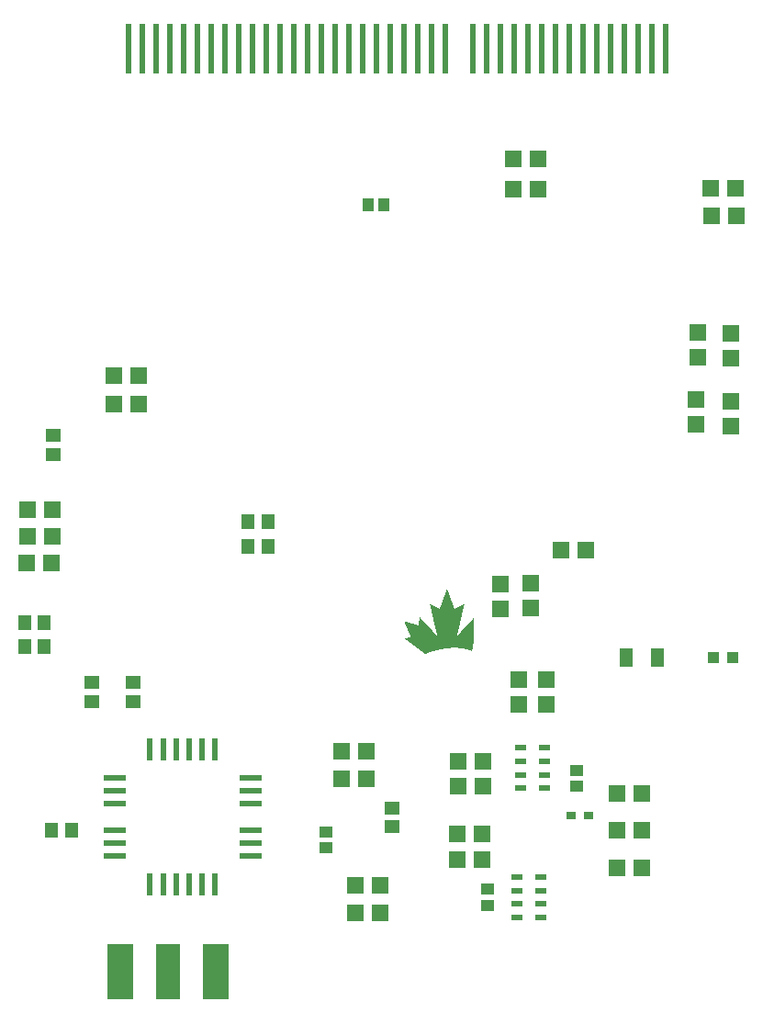
<source format=gbr>
%TF.GenerationSoftware,Altium Limited,Altium Designer,23.2.1 (34)*%
G04 Layer_Color=8421504*
%FSLAX45Y45*%
%MOMM*%
%TF.SameCoordinates,CECF9715-3839-4E6E-A075-D830FB70F3A2*%
%TF.FilePolarity,Positive*%
%TF.FileFunction,Paste,Top*%
%TF.Part,Single*%
G01*
G75*
%TA.AperFunction,SMDPad,CuDef*%
%ADD10R,1.52400X1.52400*%
%ADD11R,1.52400X1.52400*%
%ADD12R,0.53000X4.57200*%
%ADD13R,1.30000X1.80000*%
%ADD14R,1.40000X1.20000*%
%ADD15R,1.05000X1.30000*%
%ADD16R,1.30000X1.05000*%
%ADD17R,0.60000X2.00000*%
%ADD18R,2.00000X0.60000*%
%ADD19R,1.10000X0.60000*%
%ADD20R,1.20000X1.40000*%
%ADD21R,1.09000X1.00000*%
%ADD22R,0.95000X0.70000*%
%ADD23R,2.41300X5.08000*%
%ADD24R,2.28600X5.08000*%
G36*
X5255135Y4782140D02*
X5255828D01*
Y4780060D01*
X5256522D01*
Y4777980D01*
X5257215D01*
Y4775900D01*
X5257908D01*
Y4774513D01*
X5258602D01*
Y4772432D01*
X5259295D01*
Y4770352D01*
X5259989D01*
Y4768966D01*
X5260682D01*
Y4766885D01*
X5261376D01*
Y4764805D01*
X5262069D01*
Y4762725D01*
X5262762D01*
Y4761338D01*
X5263456D01*
Y4759258D01*
X5264149D01*
Y4757178D01*
X5264842D01*
Y4755791D01*
X5265536D01*
Y4753711D01*
X5266229D01*
Y4751630D01*
X5266923D01*
Y4749550D01*
X5267616D01*
Y4748163D01*
X5268310D01*
Y4746083D01*
X5269003D01*
Y4744003D01*
X5269696D01*
Y4742616D01*
X5270390D01*
Y4740536D01*
X5271083D01*
Y4738456D01*
X5271777D01*
Y4736376D01*
X5272470D01*
Y4734989D01*
X5273163D01*
Y4732908D01*
X5273857D01*
Y4730828D01*
X5274550D01*
Y4729442D01*
X5275243D01*
Y4727361D01*
X5275937D01*
Y4725281D01*
X5276630D01*
Y4723201D01*
X5277324D01*
Y4721814D01*
X5278017D01*
Y4719734D01*
X5278711D01*
Y4717654D01*
X5279404D01*
Y4715573D01*
X5280097D01*
Y4714187D01*
X5280791D01*
Y4712106D01*
X5281484D01*
Y4710026D01*
X5282178D01*
Y4708639D01*
X5282871D01*
Y4706559D01*
X5283564D01*
Y4704479D01*
X5284258D01*
Y4702399D01*
X5284951D01*
Y4701012D01*
X5285645D01*
Y4698932D01*
X5286338D01*
Y4696852D01*
X5287031D01*
Y4695465D01*
X5287725D01*
Y4693385D01*
X5288418D01*
Y4691304D01*
X5289112D01*
Y4689224D01*
X5289805D01*
Y4687837D01*
X5290498D01*
Y4685757D01*
X5291192D01*
Y4683677D01*
X5291885D01*
Y4682290D01*
X5292579D01*
Y4680210D01*
X5293272D01*
Y4678130D01*
X5293966D01*
Y4676050D01*
X5294659D01*
Y4674663D01*
X5295352D01*
Y4672582D01*
X5296046D01*
Y4670502D01*
X5296739D01*
Y4668422D01*
X5297432D01*
Y4667035D01*
X5298126D01*
Y4664955D01*
X5298819D01*
Y4662875D01*
X5299513D01*
Y4661488D01*
X5300206D01*
Y4659408D01*
X5300899D01*
Y4657327D01*
X5301593D01*
Y4655247D01*
X5302286D01*
Y4653861D01*
X5302980D01*
Y4651780D01*
X5303673D01*
Y4649700D01*
X5304367D01*
Y4648313D01*
X5305060D01*
Y4646233D01*
X5305753D01*
Y4644153D01*
X5306447D01*
Y4642073D01*
X5307140D01*
Y4640686D01*
X5307833D01*
Y4638606D01*
X5308527D01*
Y4636525D01*
X5309220D01*
Y4635139D01*
X5309914D01*
Y4633059D01*
X5310607D01*
Y4630978D01*
X5311301D01*
Y4628898D01*
X5311994D01*
Y4627511D01*
X5312687D01*
Y4625431D01*
X5313381D01*
Y4623351D01*
X5314074D01*
Y4621271D01*
X5314768D01*
Y4619884D01*
X5315461D01*
Y4617804D01*
X5316154D01*
Y4615723D01*
X5316848D01*
Y4614336D01*
X5317541D01*
Y4612256D01*
X5318234D01*
Y4610176D01*
X5318928D01*
Y4608096D01*
X5319621D01*
Y4606709D01*
X5320315D01*
Y4604629D01*
X5321008D01*
Y4602549D01*
X5321702D01*
Y4601162D01*
X5322395D01*
Y4599082D01*
X5323088D01*
Y4597695D01*
X5323782D01*
Y4598388D01*
X5325169D01*
Y4599082D01*
X5326556D01*
Y4599775D01*
X5327942D01*
Y4600469D01*
X5329329D01*
Y4601162D01*
X5330716D01*
Y4601855D01*
X5331409D01*
Y4602549D01*
X5332796D01*
Y4603242D01*
X5334183D01*
Y4603935D01*
X5335570D01*
Y4604629D01*
X5336957D01*
Y4605322D01*
X5338343D01*
Y4606016D01*
X5339730D01*
Y4606709D01*
X5341117D01*
Y4607403D01*
X5342504D01*
Y4608096D01*
X5343197D01*
Y4608789D01*
X5344584D01*
Y4609483D01*
X5345971D01*
Y4610176D01*
X5347358D01*
Y4610870D01*
X5348744D01*
Y4611563D01*
X5350131D01*
Y4612256D01*
X5351518D01*
Y4612950D01*
X5352905D01*
Y4613643D01*
X5354292D01*
Y4614336D01*
X5354985D01*
Y4615030D01*
X5356372D01*
Y4615723D01*
X5357759D01*
Y4616417D01*
X5359145D01*
Y4617110D01*
X5360532D01*
Y4617804D01*
X5361919D01*
Y4618497D01*
X5363306D01*
Y4619190D01*
X5364693D01*
Y4619884D01*
X5366079D01*
Y4620577D01*
X5366773D01*
Y4621271D01*
X5368160D01*
Y4621964D01*
X5369547D01*
Y4622658D01*
X5370933D01*
Y4623351D01*
X5372320D01*
Y4624044D01*
X5373707D01*
Y4624738D01*
X5375094D01*
Y4625431D01*
X5376480D01*
Y4626124D01*
X5377867D01*
Y4626818D01*
X5378561D01*
Y4627511D01*
X5379948D01*
Y4628205D01*
X5381334D01*
Y4628898D01*
X5382721D01*
Y4629591D01*
X5384108D01*
Y4630285D01*
X5385495D01*
Y4630978D01*
X5386882D01*
Y4631672D01*
X5388268D01*
Y4632365D01*
X5389655D01*
Y4633059D01*
X5390349D01*
Y4633752D01*
X5391735D01*
Y4634445D01*
X5393122D01*
Y4635139D01*
X5394509D01*
Y4635832D01*
X5395896D01*
Y4636525D01*
X5397283D01*
Y4637219D01*
X5398669D01*
Y4637912D01*
X5400056D01*
Y4638606D01*
X5401443D01*
Y4639299D01*
X5402136D01*
Y4639992D01*
X5403523D01*
Y4640686D01*
X5404910D01*
Y4641379D01*
X5406297D01*
Y4642073D01*
X5407684D01*
Y4642766D01*
X5409070D01*
Y4643460D01*
X5410457D01*
Y4644153D01*
X5411844D01*
Y4644846D01*
X5413231D01*
Y4645540D01*
X5413924D01*
Y4642073D01*
X5413231D01*
Y4639299D01*
X5412537D01*
Y4636525D01*
X5411844D01*
Y4633059D01*
X5411151D01*
Y4630285D01*
X5410457D01*
Y4627511D01*
X5409764D01*
Y4624044D01*
X5409070D01*
Y4621271D01*
X5408377D01*
Y4618497D01*
X5407684D01*
Y4615030D01*
X5406990D01*
Y4612256D01*
X5406297D01*
Y4608789D01*
X5405603D01*
Y4606016D01*
X5404910D01*
Y4603242D01*
X5404217D01*
Y4599775D01*
X5403523D01*
Y4597001D01*
X5402830D01*
Y4594228D01*
X5402136D01*
Y4590761D01*
X5401443D01*
Y4587987D01*
X5400750D01*
Y4585214D01*
X5400056D01*
Y4581747D01*
X5399363D01*
Y4578973D01*
X5398669D01*
Y4575506D01*
X5397976D01*
Y4572732D01*
X5397283D01*
Y4569959D01*
X5396589D01*
Y4566492D01*
X5395896D01*
Y4563718D01*
X5395202D01*
Y4560944D01*
X5394509D01*
Y4557478D01*
X5393815D01*
Y4554704D01*
X5393122D01*
Y4551930D01*
X5392429D01*
Y4548463D01*
X5391735D01*
Y4545690D01*
X5391042D01*
Y4542223D01*
X5390349D01*
Y4539449D01*
X5389655D01*
Y4536675D01*
X5388962D01*
Y4533208D01*
X5388268D01*
Y4530435D01*
X5387575D01*
Y4527661D01*
X5386882D01*
Y4524194D01*
X5386188D01*
Y4521420D01*
X5385495D01*
Y4518647D01*
X5384801D01*
Y4515180D01*
X5384108D01*
Y4512406D01*
X5383414D01*
Y4508939D01*
X5382721D01*
Y4506166D01*
X5382028D01*
Y4503392D01*
X5381334D01*
Y4499925D01*
X5380641D01*
Y4497152D01*
X5379948D01*
Y4494378D01*
X5379254D01*
Y4490911D01*
X5378561D01*
Y4488137D01*
X5377867D01*
Y4485364D01*
X5377174D01*
Y4481897D01*
X5376480D01*
Y4479123D01*
X5375787D01*
Y4476349D01*
X5375094D01*
Y4472882D01*
X5374400D01*
Y4470109D01*
X5373707D01*
Y4466642D01*
X5373013D01*
Y4463868D01*
X5372320D01*
Y4461094D01*
X5371627D01*
Y4457627D01*
X5370933D01*
Y4454854D01*
X5370240D01*
Y4452080D01*
X5369547D01*
Y4448613D01*
X5368853D01*
Y4445839D01*
X5368160D01*
Y4443066D01*
X5367466D01*
Y4439599D01*
X5366773D01*
Y4436825D01*
X5366079D01*
Y4433358D01*
X5365386D01*
Y4430585D01*
X5364693D01*
Y4427811D01*
X5363999D01*
Y4424344D01*
X5363306D01*
Y4421571D01*
X5362612D01*
Y4418797D01*
X5361919D01*
Y4415330D01*
X5361225D01*
Y4412556D01*
X5360532D01*
Y4409783D01*
X5359839D01*
Y4406316D01*
X5359145D01*
Y4403542D01*
X5358452D01*
Y4400075D01*
X5357759D01*
Y4397301D01*
X5357065D01*
Y4394528D01*
X5356372D01*
Y4391061D01*
X5355678D01*
Y4388287D01*
X5354985D01*
Y4385513D01*
X5354292D01*
Y4382046D01*
X5353598D01*
Y4379273D01*
X5352905D01*
Y4376499D01*
X5352211D01*
Y4373032D01*
X5351518D01*
Y4370259D01*
X5350824D01*
Y4366792D01*
X5350131D01*
Y4364018D01*
X5349438D01*
Y4361244D01*
X5348744D01*
Y4357777D01*
X5348051D01*
Y4355004D01*
X5347358D01*
Y4352230D01*
X5346664D01*
Y4348763D01*
X5347358D01*
Y4349457D01*
X5348051D01*
Y4350150D01*
X5348744D01*
Y4350843D01*
X5349438D01*
Y4351537D01*
X5350131D01*
Y4352230D01*
X5350824D01*
Y4352923D01*
X5351518D01*
Y4353617D01*
X5352211D01*
Y4354310D01*
X5352905D01*
Y4355004D01*
X5353598D01*
Y4355697D01*
X5354292D01*
Y4356391D01*
X5354985D01*
Y4357777D01*
X5355678D01*
Y4358471D01*
X5356372D01*
Y4359164D01*
X5357065D01*
Y4359858D01*
X5357759D01*
Y4360551D01*
X5358452D01*
Y4361244D01*
X5359145D01*
Y4361938D01*
X5359839D01*
Y4362631D01*
X5360532D01*
Y4363325D01*
X5361225D01*
Y4364018D01*
X5361919D01*
Y4364711D01*
X5362612D01*
Y4365405D01*
X5363306D01*
Y4366792D01*
X5363999D01*
Y4367485D01*
X5364693D01*
Y4368178D01*
X5365386D01*
Y4368872D01*
X5366079D01*
Y4369565D01*
X5366773D01*
Y4370259D01*
X5367466D01*
Y4370952D01*
X5368160D01*
Y4371645D01*
X5368853D01*
Y4372339D01*
X5369547D01*
Y4373032D01*
X5370240D01*
Y4373726D01*
X5370933D01*
Y4374419D01*
X5371627D01*
Y4375112D01*
X5372320D01*
Y4376499D01*
X5373013D01*
Y4377193D01*
X5373707D01*
Y4377886D01*
X5374400D01*
Y4378580D01*
X5375094D01*
Y4379273D01*
X5375787D01*
Y4379966D01*
X5376480D01*
Y4380660D01*
X5377174D01*
Y4381353D01*
X5377867D01*
Y4382046D01*
X5378561D01*
Y4382740D01*
X5379254D01*
Y4383433D01*
X5379948D01*
Y4384127D01*
X5380641D01*
Y4384820D01*
X5381334D01*
Y4386207D01*
X5382028D01*
Y4386900D01*
X5382721D01*
Y4387594D01*
X5383414D01*
Y4388287D01*
X5384108D01*
Y4388981D01*
X5384801D01*
Y4389674D01*
X5385495D01*
Y4390367D01*
X5386188D01*
Y4391061D01*
X5386882D01*
Y4391754D01*
X5387575D01*
Y4392447D01*
X5388268D01*
Y4393141D01*
X5388962D01*
Y4393834D01*
X5389655D01*
Y4394528D01*
X5390349D01*
Y4395914D01*
X5391042D01*
Y4396608D01*
X5391735D01*
Y4397301D01*
X5392429D01*
Y4397995D01*
X5393122D01*
Y4398688D01*
X5393815D01*
Y4399382D01*
X5394509D01*
Y4400075D01*
X5395202D01*
Y4400768D01*
X5395896D01*
Y4401462D01*
X5396589D01*
Y4402155D01*
X5397283D01*
Y4402848D01*
X5397976D01*
Y4403542D01*
X5398669D01*
Y4404929D01*
X5399363D01*
Y4405622D01*
X5400056D01*
Y4406316D01*
X5400750D01*
Y4407009D01*
X5401443D01*
Y4407702D01*
X5402136D01*
Y4408396D01*
X5402830D01*
Y4409089D01*
X5403523D01*
Y4409783D01*
X5404217D01*
Y4410476D01*
X5404910D01*
Y4411169D01*
X5405603D01*
Y4411863D01*
X5406297D01*
Y4412556D01*
X5406990D01*
Y4413250D01*
X5407684D01*
Y4414636D01*
X5408377D01*
Y4415330D01*
X5409070D01*
Y4416023D01*
X5409764D01*
Y4416717D01*
X5410457D01*
Y4417410D01*
X5411151D01*
Y4418103D01*
X5411844D01*
Y4418797D01*
X5412537D01*
Y4419490D01*
X5413231D01*
Y4420184D01*
X5413924D01*
Y4420877D01*
X5414618D01*
Y4421571D01*
X5415311D01*
Y4422264D01*
X5416004D01*
Y4422957D01*
X5416698D01*
Y4424344D01*
X5417391D01*
Y4425037D01*
X5418085D01*
Y4425731D01*
X5418778D01*
Y4426424D01*
X5419472D01*
Y4427118D01*
X5420165D01*
Y4427811D01*
X5420858D01*
Y4428504D01*
X5421552D01*
Y4429198D01*
X5422245D01*
Y4429891D01*
X5422938D01*
Y4430585D01*
X5423632D01*
Y4431278D01*
X5424325D01*
Y4431972D01*
X5425019D01*
Y4432665D01*
X5425712D01*
Y4434052D01*
X5426405D01*
Y4434745D01*
X5427099D01*
Y4435438D01*
X5427792D01*
Y4436132D01*
X5428486D01*
Y4436825D01*
X5429179D01*
Y4437519D01*
X5429873D01*
Y4438212D01*
X5430566D01*
Y4438906D01*
X5431259D01*
Y4439599D01*
X5431953D01*
Y4440292D01*
X5432646D01*
Y4440986D01*
X5433339D01*
Y4441679D01*
X5434033D01*
Y4442373D01*
X5434726D01*
Y4443759D01*
X5435420D01*
Y4444453D01*
X5436113D01*
Y4445146D01*
X5436807D01*
Y4445839D01*
X5437500D01*
Y4446533D01*
X5438193D01*
Y4447226D01*
X5438887D01*
Y4447920D01*
X5439580D01*
Y4448613D01*
X5440274D01*
Y4449307D01*
X5440967D01*
Y4450000D01*
X5441660D01*
Y4450693D01*
X5442354D01*
Y4451387D01*
X5443047D01*
Y4452774D01*
X5443741D01*
Y4453467D01*
X5444434D01*
Y4454161D01*
X5445127D01*
Y4454854D01*
X5445821D01*
Y4455547D01*
X5446514D01*
Y4456241D01*
X5447208D01*
Y4456934D01*
X5447901D01*
Y4457627D01*
X5448594D01*
Y4458321D01*
X5449288D01*
Y4459014D01*
X5449981D01*
Y4459708D01*
X5450675D01*
Y4460401D01*
X5451368D01*
Y4461094D01*
X5452061D01*
Y4462481D01*
X5452755D01*
Y4463175D01*
X5453448D01*
Y4463868D01*
X5454142D01*
Y4464562D01*
X5454835D01*
Y4465255D01*
X5455528D01*
Y4465948D01*
X5456222D01*
Y4466642D01*
X5456915D01*
Y4467335D01*
X5457609D01*
Y4468028D01*
X5458302D01*
Y4468722D01*
X5458995D01*
Y4469415D01*
X5459689D01*
Y4470109D01*
X5460382D01*
Y4470802D01*
X5461076D01*
Y4472189D01*
X5461769D01*
Y4472882D01*
X5462463D01*
Y4473576D01*
X5463156D01*
Y4474269D01*
X5463849D01*
Y4474963D01*
X5464543D01*
Y4475656D01*
X5465236D01*
Y4476349D01*
X5465929D01*
Y4477043D01*
X5466623D01*
Y4477736D01*
X5467316D01*
Y4478429D01*
X5468010D01*
Y4479123D01*
X5468703D01*
Y4479816D01*
X5469396D01*
Y4480510D01*
X5470090D01*
Y4481897D01*
X5470783D01*
Y4482590D01*
X5471477D01*
Y4483283D01*
X5472170D01*
Y4483977D01*
X5472864D01*
Y4484670D01*
X5473557D01*
Y4485364D01*
X5474250D01*
Y4486057D01*
X5474944D01*
Y4486750D01*
X5475637D01*
Y4487444D01*
X5476330D01*
Y4488137D01*
X5477024D01*
Y4488830D01*
X5477717D01*
Y4489524D01*
X5478411D01*
Y4490911D01*
X5479104D01*
Y4491604D01*
X5479798D01*
Y4492298D01*
X5480491D01*
Y4492991D01*
X5481184D01*
Y4493684D01*
X5481878D01*
Y4494378D01*
X5482571D01*
Y4495071D01*
X5483265D01*
Y4495765D01*
X5483958D01*
Y4496458D01*
X5484651D01*
Y4497152D01*
X5485345D01*
Y4497845D01*
X5486038D01*
Y4498538D01*
X5486731D01*
Y4499232D01*
X5487425D01*
Y4500618D01*
X5488118D01*
Y4501312D01*
X5488812D01*
Y4502005D01*
X5489505D01*
Y4502699D01*
X5490199D01*
Y4503392D01*
X5490892D01*
Y4504085D01*
X5491585D01*
Y4504779D01*
X5492279D01*
Y4505472D01*
X5492972D01*
Y4506166D01*
X5493666D01*
Y4506859D01*
X5494359D01*
Y4507553D01*
X5495053D01*
Y4508246D01*
X5495746D01*
Y4508939D01*
X5496439D01*
Y4510326D01*
X5497133D01*
Y4511019D01*
X5497826D01*
Y4511713D01*
X5498519D01*
Y4512406D01*
X5499213D01*
Y4513100D01*
X5499906D01*
Y4513793D01*
X5500600D01*
Y4514487D01*
X5501293D01*
Y4515180D01*
X5501986D01*
Y4515873D01*
X5502680D01*
Y4516567D01*
X5503373D01*
Y4517260D01*
X5504067D01*
Y4449307D01*
X5503373D01*
Y4405622D01*
X5502680D01*
Y4375112D01*
X5501986D01*
Y4350843D01*
X5501293D01*
Y4330735D01*
X5500600D01*
Y4317560D01*
X5499906D01*
Y4307159D01*
X5499213D01*
Y4299531D01*
X5498519D01*
Y4291904D01*
X5497826D01*
Y4285664D01*
X5497133D01*
Y4280116D01*
X5496439D01*
Y4274569D01*
X5495746D01*
Y4269022D01*
X5495053D01*
Y4264861D01*
X5494359D01*
Y4260007D01*
X5493666D01*
Y4255847D01*
X5492972D01*
Y4251687D01*
X5492279D01*
Y4247526D01*
X5491585D01*
Y4244059D01*
X5490892D01*
Y4240592D01*
X5490199D01*
Y4237125D01*
X5489505D01*
Y4233658D01*
X5488812D01*
Y4230191D01*
X5488118D01*
Y4227418D01*
X5487425D01*
Y4223950D01*
X5486731D01*
Y4221177D01*
X5486038D01*
Y4218403D01*
X5485345D01*
Y4214936D01*
X5484651D01*
Y4212163D01*
X5483958D01*
Y4210083D01*
X5481184D01*
Y4210776D01*
X5479798D01*
Y4211469D01*
X5477717D01*
Y4212163D01*
X5476330D01*
Y4212856D01*
X5474250D01*
Y4213549D01*
X5472170D01*
Y4214243D01*
X5470783D01*
Y4214936D01*
X5468703D01*
Y4215630D01*
X5466623D01*
Y4216323D01*
X5464543D01*
Y4217016D01*
X5462463D01*
Y4217710D01*
X5460382D01*
Y4218403D01*
X5458302D01*
Y4219097D01*
X5456222D01*
Y4219790D01*
X5454142D01*
Y4220484D01*
X5452061D01*
Y4221177D01*
X5449288D01*
Y4221870D01*
X5447208D01*
Y4222564D01*
X5445127D01*
Y4223257D01*
X5442354D01*
Y4223950D01*
X5440274D01*
Y4224644D01*
X5437500D01*
Y4225337D01*
X5434726D01*
Y4226031D01*
X5431953D01*
Y4226724D01*
X5429179D01*
Y4227418D01*
X5426405D01*
Y4228111D01*
X5423632D01*
Y4228804D01*
X5420165D01*
Y4229498D01*
X5417391D01*
Y4230191D01*
X5413924D01*
Y4230885D01*
X5410457D01*
Y4231578D01*
X5406297D01*
Y4232271D01*
X5402830D01*
Y4232965D01*
X5398669D01*
Y4233658D01*
X5394509D01*
Y4234351D01*
X5389655D01*
Y4235045D01*
X5384801D01*
Y4235738D01*
X5379254D01*
Y4236432D01*
X5373013D01*
Y4237125D01*
X5366079D01*
Y4237819D01*
X5357065D01*
Y4238512D01*
X5345277D01*
Y4239205D01*
X5298126D01*
Y4238512D01*
X5285645D01*
Y4237819D01*
X5276630D01*
Y4237125D01*
X5269003D01*
Y4236432D01*
X5262069D01*
Y4235738D01*
X5255828D01*
Y4235045D01*
X5250281D01*
Y4234351D01*
X5244734D01*
Y4233658D01*
X5239880D01*
Y4232965D01*
X5235026D01*
Y4232271D01*
X5230866D01*
Y4231578D01*
X5226012D01*
Y4230885D01*
X5221852D01*
Y4230191D01*
X5218385D01*
Y4229498D01*
X5214224D01*
Y4228804D01*
X5210757D01*
Y4228111D01*
X5206597D01*
Y4227418D01*
X5203130D01*
Y4226724D01*
X5199663D01*
Y4226031D01*
X5196196D01*
Y4225337D01*
X5193422D01*
Y4224644D01*
X5189955D01*
Y4223950D01*
X5186488D01*
Y4223257D01*
X5183714D01*
Y4222564D01*
X5180941D01*
Y4221870D01*
X5177474D01*
Y4221177D01*
X5174700D01*
Y4220484D01*
X5171926D01*
Y4219790D01*
X5169153D01*
Y4219097D01*
X5166379D01*
Y4218403D01*
X5163606D01*
Y4217710D01*
X5160832D01*
Y4217016D01*
X5158059D01*
Y4216323D01*
X5155285D01*
Y4215630D01*
X5152511D01*
Y4214936D01*
X5150431D01*
Y4214243D01*
X5147657D01*
Y4213549D01*
X5144884D01*
Y4212856D01*
X5142804D01*
Y4212163D01*
X5140030D01*
Y4211469D01*
X5137950D01*
Y4210776D01*
X5135176D01*
Y4210083D01*
X5133096D01*
Y4209389D01*
X5130322D01*
Y4208696D01*
X5128242D01*
Y4208002D01*
X5126162D01*
Y4207309D01*
X5123388D01*
Y4206615D01*
X5121308D01*
Y4205922D01*
X5119228D01*
Y4205229D01*
X5117148D01*
Y4204535D01*
X5114374D01*
Y4203842D01*
X5112294D01*
Y4203148D01*
X5110214D01*
Y4202455D01*
X5108133D01*
Y4201762D01*
X5106053D01*
Y4201068D01*
X5103973D01*
Y4200375D01*
X5101893D01*
Y4199681D01*
X5099813D01*
Y4198988D01*
X5097732D01*
Y4198295D01*
X5095652D01*
Y4197601D01*
X5093572D01*
Y4196908D01*
X5091492D01*
Y4196214D01*
X5089411D01*
Y4195521D01*
X5087331D01*
Y4194828D01*
X5085251D01*
Y4194134D01*
X5083171D01*
Y4193441D01*
X5081784D01*
Y4192747D01*
X5079704D01*
Y4192054D01*
X5077624D01*
Y4191361D01*
X5075543D01*
Y4190667D01*
X5073463D01*
Y4189974D01*
X5072076D01*
Y4189280D01*
X5069996D01*
Y4188587D01*
X5067916D01*
Y4187894D01*
X5066529D01*
Y4187200D01*
X5064449D01*
Y4186507D01*
X5062369D01*
Y4185813D01*
X5060982D01*
Y4185120D01*
X5058902D01*
Y4184426D01*
X5056821D01*
Y4183733D01*
X5055435D01*
Y4183040D01*
X5052661D01*
Y4183733D01*
X5051968D01*
Y4184426D01*
X5050581D01*
Y4185120D01*
X5049888D01*
Y4185813D01*
X5049194D01*
Y4186507D01*
X5047807D01*
Y4187200D01*
X5047114D01*
Y4187894D01*
X5046420D01*
Y4188587D01*
X5045034D01*
Y4189280D01*
X5044340D01*
Y4189974D01*
X5043647D01*
Y4190667D01*
X5042260D01*
Y4191361D01*
X5041567D01*
Y4192054D01*
X5040873D01*
Y4192747D01*
X5039486D01*
Y4193441D01*
X5038793D01*
Y4194134D01*
X5037406D01*
Y4194828D01*
X5036713D01*
Y4195521D01*
X5036019D01*
Y4196214D01*
X5034633D01*
Y4196908D01*
X5033939D01*
Y4197601D01*
X5033246D01*
Y4198295D01*
X5031859D01*
Y4198988D01*
X5031166D01*
Y4199681D01*
X5030472D01*
Y4200375D01*
X5029085D01*
Y4201068D01*
X5028392D01*
Y4201762D01*
X5027699D01*
Y4202455D01*
X5026312D01*
Y4203148D01*
X5025618D01*
Y4203842D01*
X5024925D01*
Y4204535D01*
X5023538D01*
Y4205229D01*
X5022845D01*
Y4205922D01*
X5022151D01*
Y4206615D01*
X5020765D01*
Y4207309D01*
X5020071D01*
Y4208002D01*
X5019378D01*
Y4208696D01*
X5017991D01*
Y4209389D01*
X5017298D01*
Y4210083D01*
X5016604D01*
Y4210776D01*
X5015217D01*
Y4211469D01*
X5014524D01*
Y4212163D01*
X5013830D01*
Y4212856D01*
X5012444D01*
Y4213549D01*
X5011750D01*
Y4214243D01*
X5011057D01*
Y4214936D01*
X5009670D01*
Y4215630D01*
X5008977D01*
Y4216323D01*
X5008283D01*
Y4217016D01*
X5006897D01*
Y4217710D01*
X5006203D01*
Y4218403D01*
X5005510D01*
Y4219097D01*
X5004123D01*
Y4219790D01*
X5003429D01*
Y4220484D01*
X5002736D01*
Y4221177D01*
X5001349D01*
Y4221870D01*
X5000656D01*
Y4222564D01*
X4999963D01*
Y4223257D01*
X4998576D01*
Y4223950D01*
X4997882D01*
Y4224644D01*
X4997189D01*
Y4225337D01*
X4995802D01*
Y4226031D01*
X4995109D01*
Y4226724D01*
X4994415D01*
Y4227418D01*
X4993028D01*
Y4228111D01*
X4992335D01*
Y4228804D01*
X4991642D01*
Y4229498D01*
X4990255D01*
Y4230191D01*
X4989562D01*
Y4230885D01*
X4988175D01*
Y4231578D01*
X4987481D01*
Y4232271D01*
X4986788D01*
Y4232965D01*
X4985401D01*
Y4233658D01*
X4984708D01*
Y4234351D01*
X4984014D01*
Y4235045D01*
X4982627D01*
Y4235738D01*
X4981934D01*
Y4236432D01*
X4981240D01*
Y4237125D01*
X4979854D01*
Y4237819D01*
X4979160D01*
Y4238512D01*
X4978467D01*
Y4239205D01*
X4977080D01*
Y4239899D01*
X4976387D01*
Y4240592D01*
X4975693D01*
Y4241286D01*
X4974307D01*
Y4241979D01*
X4973613D01*
Y4242672D01*
X4972920D01*
Y4243366D01*
X4971533D01*
Y4244059D01*
X4970839D01*
Y4244752D01*
X4970146D01*
Y4245446D01*
X4968759D01*
Y4246139D01*
X4968066D01*
Y4246833D01*
X4967373D01*
Y4247526D01*
X4965986D01*
Y4248220D01*
X4965292D01*
Y4248913D01*
X4964599D01*
Y4249606D01*
X4963212D01*
Y4250300D01*
X4962519D01*
Y4250993D01*
X4961825D01*
Y4251687D01*
X4960438D01*
Y4252380D01*
X4959745D01*
Y4253074D01*
X4959052D01*
Y4253767D01*
X4957665D01*
Y4254460D01*
X4956972D01*
Y4255154D01*
X4956278D01*
Y4255847D01*
X4954891D01*
Y4256540D01*
X4954198D01*
Y4257234D01*
X4953504D01*
Y4257927D01*
X4952118D01*
Y4258621D01*
X4951424D01*
Y4259314D01*
X4950731D01*
Y4260007D01*
X4949344D01*
Y4260701D01*
X4948651D01*
Y4261394D01*
X4947957D01*
Y4262088D01*
X4946570D01*
Y4262781D01*
X4945877D01*
Y4263475D01*
X4945184D01*
Y4264168D01*
X4943797D01*
Y4264861D01*
X4943103D01*
Y4265555D01*
X4942410D01*
Y4266248D01*
X4941023D01*
Y4266941D01*
X4940330D01*
Y4267635D01*
X4939636D01*
Y4268328D01*
X4938249D01*
Y4269022D01*
X4937556D01*
Y4269715D01*
X4936169D01*
Y4270409D01*
X4935476D01*
Y4271102D01*
X4934783D01*
Y4271795D01*
X4933396D01*
Y4272489D01*
X4932702D01*
Y4273182D01*
X4932009D01*
Y4273876D01*
X4930622D01*
Y4274569D01*
X4929929D01*
Y4275262D01*
X4929235D01*
Y4275956D01*
X4927848D01*
Y4276649D01*
X4927155D01*
Y4277342D01*
X4926462D01*
Y4278036D01*
X4925075D01*
Y4278729D01*
X4924382D01*
Y4279423D01*
X4923688D01*
Y4280116D01*
X4922301D01*
Y4280810D01*
X4921608D01*
Y4281503D01*
X4920914D01*
Y4282196D01*
X4919528D01*
Y4282890D01*
X4918834D01*
Y4283583D01*
X4918141D01*
Y4284277D01*
X4916754D01*
Y4284970D01*
X4916061D01*
Y4285664D01*
X4915367D01*
Y4286357D01*
X4913981D01*
Y4287050D01*
X4913287D01*
Y4287744D01*
X4912594D01*
Y4288437D01*
X4911207D01*
Y4289130D01*
X4910513D01*
Y4289824D01*
X4909820D01*
Y4290517D01*
X4908433D01*
Y4291211D01*
X4907740D01*
Y4291904D01*
X4907046D01*
Y4292597D01*
X4905660D01*
Y4293291D01*
X4904966D01*
Y4293984D01*
X4904273D01*
Y4294678D01*
X4902886D01*
Y4295371D01*
X4902193D01*
Y4296065D01*
X4901499D01*
Y4296758D01*
X4900112D01*
Y4297451D01*
X4899419D01*
Y4298145D01*
X4898726D01*
Y4298838D01*
X4897339D01*
Y4299531D01*
X4896645D01*
Y4300225D01*
X4895952D01*
Y4300918D01*
X4894565D01*
Y4301612D01*
X4893872D01*
Y4302305D01*
X4893178D01*
Y4302999D01*
X4891792D01*
Y4303692D01*
X4891098D01*
Y4304385D01*
X4890405D01*
Y4305079D01*
X4889018D01*
Y4305772D01*
X4888324D01*
Y4306466D01*
X4887631D01*
Y4307159D01*
X4886244D01*
Y4307852D01*
X4885551D01*
Y4308546D01*
X4884164D01*
Y4309239D01*
X4883471D01*
Y4309932D01*
X4882777D01*
Y4310626D01*
X4881391D01*
Y4311319D01*
X4880697D01*
Y4312013D01*
X4880004D01*
Y4312706D01*
X4878617D01*
Y4313400D01*
X4877923D01*
Y4314093D01*
X4877230D01*
Y4314786D01*
X4875843D01*
Y4315480D01*
X4875150D01*
Y4316173D01*
X4874457D01*
Y4316867D01*
X4873070D01*
Y4317560D01*
X4872376D01*
Y4318253D01*
X4871683D01*
Y4318947D01*
X4870296D01*
Y4319640D01*
X4869603D01*
Y4320333D01*
X4868909D01*
Y4321027D01*
X4867522D01*
Y4321720D01*
X4866829D01*
Y4322414D01*
X4866136D01*
Y4323107D01*
X4864749D01*
Y4323801D01*
X4864056D01*
Y4324494D01*
X4866136D01*
Y4325187D01*
X4868909D01*
Y4325881D01*
X4870989D01*
Y4326574D01*
X4873763D01*
Y4327268D01*
X4876537D01*
Y4327961D01*
X4878617D01*
Y4328655D01*
X4881391D01*
Y4329348D01*
X4884164D01*
Y4330041D01*
X4886244D01*
Y4330735D01*
X4889018D01*
Y4331428D01*
X4891792D01*
Y4332121D01*
X4893872D01*
Y4332815D01*
X4896645D01*
Y4333508D01*
X4899419D01*
Y4334202D01*
X4901499D01*
Y4334895D01*
X4904273D01*
Y4335588D01*
X4907046D01*
Y4336282D01*
X4909127D01*
Y4336975D01*
X4911900D01*
Y4337669D01*
X4914674D01*
Y4338362D01*
X4916754D01*
Y4339056D01*
X4919528D01*
Y4339749D01*
X4920221D01*
Y4340442D01*
X4919528D01*
Y4341829D01*
X4918834D01*
Y4343216D01*
X4918141D01*
Y4345296D01*
X4917447D01*
Y4346683D01*
X4916754D01*
Y4348070D01*
X4916061D01*
Y4350150D01*
X4915367D01*
Y4351537D01*
X4914674D01*
Y4353617D01*
X4913981D01*
Y4355004D01*
X4913287D01*
Y4356391D01*
X4912594D01*
Y4358471D01*
X4911900D01*
Y4359858D01*
X4911207D01*
Y4361244D01*
X4910513D01*
Y4363325D01*
X4909820D01*
Y4364711D01*
X4909127D01*
Y4366098D01*
X4908433D01*
Y4368178D01*
X4907740D01*
Y4369565D01*
X4907046D01*
Y4371645D01*
X4906353D01*
Y4373032D01*
X4905660D01*
Y4374419D01*
X4904966D01*
Y4376499D01*
X4904273D01*
Y4377886D01*
X4903579D01*
Y4379273D01*
X4902886D01*
Y4381353D01*
X4902193D01*
Y4382740D01*
X4901499D01*
Y4384127D01*
X4900806D01*
Y4386207D01*
X4900112D01*
Y4387594D01*
X4899419D01*
Y4389674D01*
X4898726D01*
Y4391061D01*
X4898032D01*
Y4392447D01*
X4897339D01*
Y4394528D01*
X4896645D01*
Y4395914D01*
X4895952D01*
Y4397301D01*
X4895259D01*
Y4399382D01*
X4894565D01*
Y4400768D01*
X4893872D01*
Y4402155D01*
X4893178D01*
Y4404235D01*
X4892485D01*
Y4405622D01*
X4891792D01*
Y4407702D01*
X4891098D01*
Y4409089D01*
X4890405D01*
Y4410476D01*
X4889711D01*
Y4412556D01*
X4889018D01*
Y4413943D01*
X4888324D01*
Y4415330D01*
X4887631D01*
Y4417410D01*
X4886938D01*
Y4418797D01*
X4886244D01*
Y4420184D01*
X4885551D01*
Y4422264D01*
X4884858D01*
Y4423651D01*
X4884164D01*
Y4425731D01*
X4883471D01*
Y4427118D01*
X4882777D01*
Y4428504D01*
X4882084D01*
Y4430585D01*
X4881391D01*
Y4431972D01*
X4880697D01*
Y4433358D01*
X4880004D01*
Y4435438D01*
X4879310D01*
Y4436825D01*
X4878617D01*
Y4438212D01*
X4877923D01*
Y4440292D01*
X4877230D01*
Y4441679D01*
X4876537D01*
Y4443759D01*
X4875843D01*
Y4445146D01*
X4875150D01*
Y4446533D01*
X4874457D01*
Y4448613D01*
X4873763D01*
Y4450000D01*
X4873070D01*
Y4451387D01*
X4872376D01*
Y4453467D01*
X4871683D01*
Y4454854D01*
X4870989D01*
Y4456241D01*
X4870296D01*
Y4458321D01*
X4869603D01*
Y4459708D01*
X4868909D01*
Y4461788D01*
X4868216D01*
Y4463175D01*
X4867522D01*
Y4464562D01*
X4866829D01*
Y4466642D01*
X4866136D01*
Y4468028D01*
X4865442D01*
Y4469415D01*
X4864749D01*
Y4471496D01*
X4864056D01*
Y4472882D01*
X4863362D01*
Y4474269D01*
X4862669D01*
Y4476349D01*
X4861975D01*
Y4477736D01*
X4861282D01*
Y4479816D01*
X4860588D01*
Y4481203D01*
X4859895D01*
Y4482590D01*
X4859202D01*
Y4483977D01*
X4860588D01*
Y4483283D01*
X4863362D01*
Y4482590D01*
X4865442D01*
Y4481897D01*
X4868216D01*
Y4481203D01*
X4870296D01*
Y4480510D01*
X4873070D01*
Y4479816D01*
X4875150D01*
Y4479123D01*
X4877230D01*
Y4478429D01*
X4880004D01*
Y4477736D01*
X4882084D01*
Y4477043D01*
X4884858D01*
Y4476349D01*
X4886938D01*
Y4475656D01*
X4889711D01*
Y4474963D01*
X4891792D01*
Y4474269D01*
X4893872D01*
Y4473576D01*
X4896645D01*
Y4472882D01*
X4898726D01*
Y4472189D01*
X4901499D01*
Y4471496D01*
X4903579D01*
Y4470802D01*
X4906353D01*
Y4470109D01*
X4908433D01*
Y4469415D01*
X4910513D01*
Y4468722D01*
X4913287D01*
Y4468028D01*
X4915367D01*
Y4467335D01*
X4918141D01*
Y4466642D01*
X4920221D01*
Y4465948D01*
X4922995D01*
Y4465255D01*
X4925075D01*
Y4464562D01*
X4927848D01*
Y4463868D01*
X4929929D01*
Y4463175D01*
X4932009D01*
Y4462481D01*
X4934783D01*
Y4461788D01*
X4936863D01*
Y4461094D01*
X4939636D01*
Y4460401D01*
X4941717D01*
Y4459708D01*
X4944490D01*
Y4459014D01*
X4946570D01*
Y4458321D01*
X4948651D01*
Y4457627D01*
X4951424D01*
Y4456934D01*
X4953504D01*
Y4456241D01*
X4956278D01*
Y4455547D01*
X4958358D01*
Y4454854D01*
X4961132D01*
Y4454161D01*
X4963212D01*
Y4453467D01*
X4965292D01*
Y4452774D01*
X4968066D01*
Y4452080D01*
X4970146D01*
Y4451387D01*
X4972920D01*
Y4450693D01*
X4975000D01*
Y4450000D01*
X4977774D01*
Y4449307D01*
X4979854D01*
Y4448613D01*
X4981934D01*
Y4447920D01*
X4984708D01*
Y4447226D01*
X4986788D01*
Y4446533D01*
X4989562D01*
Y4445839D01*
X4991642D01*
Y4448613D01*
X4992335D01*
Y4453467D01*
X4993028D01*
Y4459014D01*
X4993722D01*
Y4463868D01*
X4994415D01*
Y4468722D01*
X4995109D01*
Y4473576D01*
X4995802D01*
Y4478429D01*
X4996495D01*
Y4483977D01*
X4997189D01*
Y4488830D01*
X4997882D01*
Y4493684D01*
X4998576D01*
Y4498538D01*
X4999269D01*
Y4504085D01*
X4999963D01*
Y4508939D01*
X5000656D01*
Y4513793D01*
X5001349D01*
Y4518647D01*
X5002043D01*
Y4521420D01*
X5002736D01*
Y4520727D01*
X5003429D01*
Y4520034D01*
X5004123D01*
Y4519340D01*
X5004816D01*
Y4518647D01*
X5005510D01*
Y4517954D01*
X5006203D01*
Y4516567D01*
X5006897D01*
Y4515873D01*
X5007590D01*
Y4515180D01*
X5008283D01*
Y4514487D01*
X5008977D01*
Y4513793D01*
X5009670D01*
Y4513100D01*
X5010364D01*
Y4512406D01*
X5011057D01*
Y4511713D01*
X5011750D01*
Y4511019D01*
X5012444D01*
Y4510326D01*
X5013137D01*
Y4509633D01*
X5013830D01*
Y4508939D01*
X5014524D01*
Y4507553D01*
X5015217D01*
Y4506859D01*
X5015911D01*
Y4506166D01*
X5016604D01*
Y4505472D01*
X5017298D01*
Y4504779D01*
X5017991D01*
Y4504085D01*
X5018684D01*
Y4503392D01*
X5019378D01*
Y4502699D01*
X5020071D01*
Y4502005D01*
X5020765D01*
Y4501312D01*
X5021458D01*
Y4500618D01*
X5022151D01*
Y4499925D01*
X5022845D01*
Y4499232D01*
X5023538D01*
Y4497845D01*
X5024232D01*
Y4497152D01*
X5024925D01*
Y4496458D01*
X5025618D01*
Y4495765D01*
X5026312D01*
Y4495071D01*
X5027005D01*
Y4494378D01*
X5027699D01*
Y4493684D01*
X5028392D01*
Y4492991D01*
X5029085D01*
Y4492298D01*
X5029779D01*
Y4491604D01*
X5030472D01*
Y4490911D01*
X5031166D01*
Y4490217D01*
X5031859D01*
Y4489524D01*
X5032553D01*
Y4488137D01*
X5033246D01*
Y4487444D01*
X5033939D01*
Y4486750D01*
X5034633D01*
Y4486057D01*
X5035326D01*
Y4485364D01*
X5036019D01*
Y4484670D01*
X5036713D01*
Y4483977D01*
X5037406D01*
Y4483283D01*
X5038100D01*
Y4482590D01*
X5038793D01*
Y4481897D01*
X5039486D01*
Y4481203D01*
X5040180D01*
Y4480510D01*
X5040873D01*
Y4479816D01*
X5041567D01*
Y4478429D01*
X5042260D01*
Y4477736D01*
X5042954D01*
Y4477043D01*
X5043647D01*
Y4476349D01*
X5044340D01*
Y4475656D01*
X5045034D01*
Y4474963D01*
X5045727D01*
Y4474269D01*
X5046420D01*
Y4473576D01*
X5047114D01*
Y4472882D01*
X5047807D01*
Y4472189D01*
X5048501D01*
Y4471496D01*
X5049194D01*
Y4470802D01*
X5049888D01*
Y4470109D01*
X5050581D01*
Y4468722D01*
X5051274D01*
Y4468028D01*
X5051968D01*
Y4467335D01*
X5052661D01*
Y4466642D01*
X5053355D01*
Y4465948D01*
X5054048D01*
Y4465255D01*
X5054741D01*
Y4464562D01*
X5055435D01*
Y4463868D01*
X5056128D01*
Y4463175D01*
X5056821D01*
Y4462481D01*
X5057515D01*
Y4461788D01*
X5058208D01*
Y4461094D01*
X5058902D01*
Y4459708D01*
X5059595D01*
Y4459014D01*
X5060289D01*
Y4458321D01*
X5060982D01*
Y4457627D01*
X5061675D01*
Y4456934D01*
X5062369D01*
Y4456241D01*
X5063062D01*
Y4455547D01*
X5063756D01*
Y4454854D01*
X5064449D01*
Y4454161D01*
X5065142D01*
Y4453467D01*
X5065836D01*
Y4452774D01*
X5066529D01*
Y4452080D01*
X5067223D01*
Y4451387D01*
X5067916D01*
Y4450000D01*
X5068609D01*
Y4449307D01*
X5069303D01*
Y4448613D01*
X5069996D01*
Y4447920D01*
X5070690D01*
Y4447226D01*
X5071383D01*
Y4446533D01*
X5072076D01*
Y4445839D01*
X5072770D01*
Y4445146D01*
X5073463D01*
Y4444453D01*
X5074157D01*
Y4443759D01*
X5074850D01*
Y4443066D01*
X5075543D01*
Y4442373D01*
X5076237D01*
Y4441679D01*
X5076930D01*
Y4440292D01*
X5077624D01*
Y4439599D01*
X5078317D01*
Y4438906D01*
X5079010D01*
Y4438212D01*
X5079704D01*
Y4437519D01*
X5080397D01*
Y4436825D01*
X5081091D01*
Y4436132D01*
X5081784D01*
Y4435438D01*
X5082478D01*
Y4434745D01*
X5083171D01*
Y4434052D01*
X5083864D01*
Y4433358D01*
X5084558D01*
Y4432665D01*
X5085251D01*
Y4431972D01*
X5085944D01*
Y4430585D01*
X5086638D01*
Y4429891D01*
X5087331D01*
Y4429198D01*
X5088025D01*
Y4428504D01*
X5088718D01*
Y4427811D01*
X5089411D01*
Y4427118D01*
X5090105D01*
Y4426424D01*
X5090798D01*
Y4425731D01*
X5091492D01*
Y4425037D01*
X5092185D01*
Y4424344D01*
X5092879D01*
Y4423651D01*
X5093572D01*
Y4422957D01*
X5094265D01*
Y4421571D01*
X5094959D01*
Y4420877D01*
X5095652D01*
Y4420184D01*
X5096345D01*
Y4419490D01*
X5097039D01*
Y4418797D01*
X5097732D01*
Y4418103D01*
X5098426D01*
Y4417410D01*
X5099119D01*
Y4416717D01*
X5099813D01*
Y4416023D01*
X5100506D01*
Y4415330D01*
X5101199D01*
Y4414636D01*
X5101893D01*
Y4413943D01*
X5102586D01*
Y4413250D01*
X5103280D01*
Y4411863D01*
X5103973D01*
Y4411169D01*
X5104666D01*
Y4410476D01*
X5105360D01*
Y4409783D01*
X5106053D01*
Y4409089D01*
X5106746D01*
Y4408396D01*
X5107440D01*
Y4407702D01*
X5108133D01*
Y4407009D01*
X5108827D01*
Y4406316D01*
X5109520D01*
Y4405622D01*
X5110214D01*
Y4404929D01*
X5110907D01*
Y4404235D01*
X5111600D01*
Y4403542D01*
X5112294D01*
Y4402155D01*
X5112987D01*
Y4401462D01*
X5113681D01*
Y4400768D01*
X5114374D01*
Y4400075D01*
X5115067D01*
Y4399382D01*
X5115761D01*
Y4398688D01*
X5116454D01*
Y4397995D01*
X5117148D01*
Y4397301D01*
X5117841D01*
Y4396608D01*
X5118534D01*
Y4395914D01*
X5119228D01*
Y4395221D01*
X5119921D01*
Y4394528D01*
X5120615D01*
Y4393834D01*
X5121308D01*
Y4392447D01*
X5122001D01*
Y4391754D01*
X5122695D01*
Y4391061D01*
X5123388D01*
Y4390367D01*
X5124082D01*
Y4389674D01*
X5124775D01*
Y4388981D01*
X5125469D01*
Y4388287D01*
X5126162D01*
Y4387594D01*
X5126855D01*
Y4386900D01*
X5127549D01*
Y4386207D01*
X5128242D01*
Y4385513D01*
X5128935D01*
Y4384820D01*
X5129629D01*
Y4383433D01*
X5130322D01*
Y4382740D01*
X5131016D01*
Y4382046D01*
X5131709D01*
Y4381353D01*
X5132402D01*
Y4380660D01*
X5133096D01*
Y4379966D01*
X5133789D01*
Y4379273D01*
X5134483D01*
Y4378580D01*
X5135176D01*
Y4377886D01*
X5135870D01*
Y4377193D01*
X5136563D01*
Y4376499D01*
X5137256D01*
Y4375806D01*
X5137950D01*
Y4375112D01*
X5138643D01*
Y4373726D01*
X5139336D01*
Y4373032D01*
X5140030D01*
Y4372339D01*
X5140723D01*
Y4371645D01*
X5141417D01*
Y4370952D01*
X5142110D01*
Y4370259D01*
X5142804D01*
Y4369565D01*
X5143497D01*
Y4368872D01*
X5144190D01*
Y4368178D01*
X5144884D01*
Y4367485D01*
X5145577D01*
Y4366792D01*
X5146271D01*
Y4366098D01*
X5146964D01*
Y4365405D01*
X5147657D01*
Y4364018D01*
X5148351D01*
Y4363325D01*
X5149044D01*
Y4362631D01*
X5149737D01*
Y4361938D01*
X5150431D01*
Y4361244D01*
X5151124D01*
Y4360551D01*
X5151818D01*
Y4359858D01*
X5152511D01*
Y4359164D01*
X5153205D01*
Y4358471D01*
X5153898D01*
Y4357777D01*
X5154591D01*
Y4357084D01*
X5155285D01*
Y4356391D01*
X5155978D01*
Y4355697D01*
X5156672D01*
Y4354310D01*
X5157365D01*
Y4353617D01*
X5158059D01*
Y4352923D01*
X5158752D01*
Y4352230D01*
X5159445D01*
Y4351537D01*
X5160139D01*
Y4350843D01*
X5160832D01*
Y4350150D01*
X5161525D01*
Y4349457D01*
X5162219D01*
Y4348763D01*
X5162912D01*
Y4348070D01*
X5163606D01*
Y4349457D01*
X5162912D01*
Y4352230D01*
X5162219D01*
Y4355697D01*
X5161525D01*
Y4358471D01*
X5160832D01*
Y4361244D01*
X5160139D01*
Y4364711D01*
X5159445D01*
Y4367485D01*
X5158752D01*
Y4370952D01*
X5158059D01*
Y4373726D01*
X5157365D01*
Y4376499D01*
X5156672D01*
Y4379966D01*
X5155978D01*
Y4382740D01*
X5155285D01*
Y4385513D01*
X5154591D01*
Y4388981D01*
X5153898D01*
Y4391754D01*
X5153205D01*
Y4394528D01*
X5152511D01*
Y4397995D01*
X5151818D01*
Y4400768D01*
X5151124D01*
Y4404235D01*
X5150431D01*
Y4407009D01*
X5149737D01*
Y4409783D01*
X5149044D01*
Y4413250D01*
X5148351D01*
Y4416023D01*
X5147657D01*
Y4418797D01*
X5146964D01*
Y4422264D01*
X5146271D01*
Y4425037D01*
X5145577D01*
Y4427811D01*
X5144884D01*
Y4431278D01*
X5144190D01*
Y4434052D01*
X5143497D01*
Y4437519D01*
X5142804D01*
Y4440292D01*
X5142110D01*
Y4443066D01*
X5141417D01*
Y4446533D01*
X5140723D01*
Y4449307D01*
X5140030D01*
Y4452080D01*
X5139336D01*
Y4455547D01*
X5138643D01*
Y4458321D01*
X5137950D01*
Y4459014D01*
Y4459708D01*
Y4461094D01*
X5137256D01*
Y4464562D01*
X5136563D01*
Y4467335D01*
X5135870D01*
Y4470802D01*
X5135176D01*
Y4473576D01*
X5134483D01*
Y4476349D01*
X5133789D01*
Y4479816D01*
X5133096D01*
Y4482590D01*
X5132402D01*
Y4485364D01*
X5131709D01*
Y4488830D01*
X5131016D01*
Y4491604D01*
X5130322D01*
Y4494378D01*
X5129629D01*
Y4497845D01*
X5128935D01*
Y4500618D01*
X5128242D01*
Y4504085D01*
X5127549D01*
Y4506859D01*
X5126855D01*
Y4509633D01*
X5126162D01*
Y4513100D01*
X5125469D01*
Y4515873D01*
X5124775D01*
Y4518647D01*
X5124082D01*
Y4522114D01*
X5123388D01*
Y4524888D01*
X5122695D01*
Y4527661D01*
X5122001D01*
Y4531128D01*
X5121308D01*
Y4533902D01*
X5120615D01*
Y4537369D01*
X5119921D01*
Y4540142D01*
X5119228D01*
Y4542916D01*
X5118534D01*
Y4546383D01*
X5117841D01*
Y4549157D01*
X5117148D01*
Y4551930D01*
X5116454D01*
Y4555397D01*
X5115761D01*
Y4558171D01*
X5115067D01*
Y4560944D01*
X5114374D01*
Y4564411D01*
X5113681D01*
Y4567185D01*
X5112987D01*
Y4570652D01*
X5112294D01*
Y4573426D01*
X5111600D01*
Y4576199D01*
X5110907D01*
Y4579666D01*
X5110214D01*
Y4582440D01*
X5109520D01*
Y4585214D01*
X5108827D01*
Y4588681D01*
X5108133D01*
Y4591454D01*
X5107440D01*
Y4594228D01*
X5106746D01*
Y4597695D01*
X5106053D01*
Y4600469D01*
X5105360D01*
Y4603935D01*
X5104666D01*
Y4606709D01*
X5103973D01*
Y4609483D01*
X5103280D01*
Y4612950D01*
X5102586D01*
Y4615723D01*
X5101893D01*
Y4618497D01*
X5101199D01*
Y4621964D01*
X5100506D01*
Y4624738D01*
X5099813D01*
Y4627511D01*
X5099119D01*
Y4630978D01*
X5098426D01*
Y4633752D01*
X5097732D01*
Y4637219D01*
X5097039D01*
Y4639992D01*
X5096345D01*
Y4642766D01*
X5095652D01*
Y4645540D01*
X5097039D01*
Y4644846D01*
X5097732D01*
Y4644153D01*
X5099119D01*
Y4643460D01*
X5100506D01*
Y4642766D01*
X5101893D01*
Y4642073D01*
X5103280D01*
Y4641379D01*
X5104666D01*
Y4640686D01*
X5106053D01*
Y4639992D01*
X5107440D01*
Y4639299D01*
X5108827D01*
Y4638606D01*
X5109520D01*
Y4637912D01*
X5110907D01*
Y4637219D01*
X5112294D01*
Y4636525D01*
X5113681D01*
Y4635832D01*
X5115067D01*
Y4635139D01*
X5116454D01*
Y4634445D01*
X5117841D01*
Y4633752D01*
X5119228D01*
Y4633059D01*
X5120615D01*
Y4632365D01*
X5121308D01*
Y4631672D01*
X5122695D01*
Y4630978D01*
X5124082D01*
Y4630285D01*
X5125469D01*
Y4629591D01*
X5126855D01*
Y4628898D01*
X5128242D01*
Y4628205D01*
X5129629D01*
Y4627511D01*
X5131016D01*
Y4626818D01*
X5132402D01*
Y4626124D01*
X5133096D01*
Y4625431D01*
X5134483D01*
Y4624738D01*
X5135870D01*
Y4624044D01*
X5137256D01*
Y4623351D01*
X5138643D01*
Y4622658D01*
X5140030D01*
Y4621964D01*
X5141417D01*
Y4621271D01*
X5142804D01*
Y4620577D01*
X5144190D01*
Y4619884D01*
X5144884D01*
Y4619190D01*
X5146271D01*
Y4618497D01*
X5147657D01*
Y4617804D01*
X5149044D01*
Y4617110D01*
X5150431D01*
Y4616417D01*
X5151818D01*
Y4615723D01*
X5153205D01*
Y4615030D01*
X5154591D01*
Y4614336D01*
X5155978D01*
Y4613643D01*
X5156672D01*
Y4612950D01*
X5158059D01*
Y4612256D01*
X5159445D01*
Y4611563D01*
X5160832D01*
Y4610870D01*
X5162219D01*
Y4610176D01*
X5163606D01*
Y4609483D01*
X5164992D01*
Y4608789D01*
X5166379D01*
Y4608096D01*
X5167766D01*
Y4607403D01*
X5168460D01*
Y4606709D01*
X5169846D01*
Y4606016D01*
X5171233D01*
Y4605322D01*
X5172620D01*
Y4604629D01*
X5174007D01*
Y4603935D01*
X5175394D01*
Y4603242D01*
X5176780D01*
Y4602549D01*
X5178167D01*
Y4601855D01*
X5179554D01*
Y4601162D01*
X5180247D01*
Y4600469D01*
X5181634D01*
Y4599775D01*
X5183021D01*
Y4599082D01*
X5184408D01*
Y4598388D01*
X5185795D01*
Y4597695D01*
X5186488D01*
Y4598388D01*
X5187181D01*
Y4600469D01*
X5187875D01*
Y4602549D01*
X5188568D01*
Y4604629D01*
X5189262D01*
Y4606016D01*
X5189955D01*
Y4608096D01*
X5190648D01*
Y4610176D01*
X5191342D01*
Y4611563D01*
X5192035D01*
Y4613643D01*
X5192729D01*
Y4615723D01*
X5193422D01*
Y4617804D01*
X5194115D01*
Y4619190D01*
X5194809D01*
Y4621271D01*
X5195502D01*
Y4623351D01*
X5196196D01*
Y4624738D01*
X5196889D01*
Y4626818D01*
X5197582D01*
Y4628898D01*
X5198276D01*
Y4630978D01*
X5198969D01*
Y4632365D01*
X5199663D01*
Y4634445D01*
X5200356D01*
Y4636525D01*
X5201050D01*
Y4638606D01*
X5201743D01*
Y4639992D01*
X5202436D01*
Y4642073D01*
X5203130D01*
Y4644153D01*
X5203823D01*
Y4645540D01*
X5204516D01*
Y4647620D01*
X5205210D01*
Y4649700D01*
X5205903D01*
Y4651780D01*
X5206597D01*
Y4653167D01*
X5207290D01*
Y4655247D01*
X5207983D01*
Y4657327D01*
X5208677D01*
Y4658714D01*
X5209370D01*
Y4660795D01*
X5210064D01*
Y4662875D01*
X5210757D01*
Y4664955D01*
X5211451D01*
Y4666342D01*
X5212144D01*
Y4668422D01*
X5212837D01*
Y4670502D01*
X5213531D01*
Y4671889D01*
X5214224D01*
Y4673969D01*
X5214917D01*
Y4676050D01*
X5215611D01*
Y4678130D01*
X5216304D01*
Y4679516D01*
X5216998D01*
Y4681597D01*
X5217691D01*
Y4683677D01*
X5218385D01*
Y4685064D01*
X5219078D01*
Y4687144D01*
X5219771D01*
Y4689224D01*
X5220465D01*
Y4691304D01*
X5221158D01*
Y4692691D01*
X5221852D01*
Y4694771D01*
X5222545D01*
Y4696852D01*
X5223238D01*
Y4698932D01*
X5223932D01*
Y4700319D01*
X5224625D01*
Y4702399D01*
X5225318D01*
Y4704479D01*
X5226012D01*
Y4705866D01*
X5226705D01*
Y4707946D01*
X5227399D01*
Y4710026D01*
X5228092D01*
Y4712106D01*
X5228786D01*
Y4713493D01*
X5229479D01*
Y4715573D01*
X5230172D01*
Y4717654D01*
X5230866D01*
Y4719040D01*
X5231559D01*
Y4721121D01*
X5232253D01*
Y4723201D01*
X5232946D01*
Y4725281D01*
X5233639D01*
Y4726668D01*
X5234333D01*
Y4728748D01*
X5235026D01*
Y4730828D01*
X5235720D01*
Y4732215D01*
X5236413D01*
Y4734295D01*
X5237106D01*
Y4736376D01*
X5237800D01*
Y4738456D01*
X5238493D01*
Y4739843D01*
X5239187D01*
Y4741923D01*
X5239880D01*
Y4744003D01*
X5240573D01*
Y4746083D01*
X5241267D01*
Y4747470D01*
X5241960D01*
Y4749550D01*
X5242654D01*
Y4751630D01*
X5243347D01*
Y4753017D01*
X5244040D01*
Y4755097D01*
X5244734D01*
Y4757178D01*
X5245427D01*
Y4759258D01*
X5246121D01*
Y4760645D01*
X5246814D01*
Y4762725D01*
X5247507D01*
Y4764805D01*
X5248201D01*
Y4766192D01*
X5248894D01*
Y4768272D01*
X5249588D01*
Y4770352D01*
X5250281D01*
Y4772432D01*
X5250975D01*
Y4773819D01*
X5251668D01*
Y4775900D01*
X5252361D01*
Y4777980D01*
X5253055D01*
Y4779367D01*
X5253748D01*
Y4781447D01*
X5254441D01*
Y4782833D01*
X5255135D01*
Y4782140D01*
D02*
G37*
%LPC*%
G36*
X5346664Y4348763D02*
X5345971D01*
Y4348070D01*
X5346664D01*
Y4348763D01*
D02*
G37*
%LPD*%
D10*
X5918200Y3944780D02*
D03*
Y3716180D02*
D03*
X5750000Y4596400D02*
D03*
Y4825000D02*
D03*
X6172200Y3716180D02*
D03*
Y3944780D02*
D03*
X6025000Y4610700D02*
D03*
Y4839300D02*
D03*
X7875000Y7139300D02*
D03*
Y6910700D02*
D03*
X7570000Y7144300D02*
D03*
Y6915700D02*
D03*
X7875000Y6514300D02*
D03*
Y6285700D02*
D03*
X7550000Y6524300D02*
D03*
Y6295700D02*
D03*
D11*
X4508500Y3030380D02*
D03*
Y3284380D02*
D03*
X7685700Y8480000D02*
D03*
X7914300D02*
D03*
X7695700Y8220000D02*
D03*
X7924300D02*
D03*
X4406900Y1798480D02*
D03*
X4635500D02*
D03*
Y2052480D02*
D03*
X4406900D02*
D03*
X5574300Y2520000D02*
D03*
X5345700D02*
D03*
X5574300Y2290000D02*
D03*
X5345700D02*
D03*
X6825700Y2210000D02*
D03*
X7054300D02*
D03*
X2184900Y6749480D02*
D03*
X2413500D02*
D03*
X2185700Y6490000D02*
D03*
X2414300D02*
D03*
X1390000Y5270000D02*
D03*
X1618600D02*
D03*
X1390000Y5510000D02*
D03*
X1618600D02*
D03*
X1375700Y5020000D02*
D03*
X1604300D02*
D03*
X4279900Y3284380D02*
D03*
Y3030380D02*
D03*
X5588000Y3195480D02*
D03*
X5359400D02*
D03*
X5584300Y2960000D02*
D03*
X5355700D02*
D03*
X5865700Y8750000D02*
D03*
X6094300D02*
D03*
X5868900Y8470480D02*
D03*
X6097500D02*
D03*
X6305700Y5140000D02*
D03*
X6534300D02*
D03*
X6825700Y2900000D02*
D03*
X7054300D02*
D03*
X6817360Y2555400D02*
D03*
X7045960D02*
D03*
D12*
X7270650Y9760000D02*
D03*
X5238650D02*
D03*
X5111650D02*
D03*
X4603650D02*
D03*
X4857650D02*
D03*
X5873650D02*
D03*
X6127650D02*
D03*
X6381650D02*
D03*
X6508650D02*
D03*
X6635650D02*
D03*
X6762650D02*
D03*
X6889650D02*
D03*
X7016650D02*
D03*
X3333650D02*
D03*
X3460650D02*
D03*
X3587650D02*
D03*
X3714650D02*
D03*
X2317650D02*
D03*
X2444650D02*
D03*
X2571650D02*
D03*
X2698650D02*
D03*
X2825650D02*
D03*
X2952650D02*
D03*
X3079650D02*
D03*
X3206650D02*
D03*
X3841650D02*
D03*
X3968650D02*
D03*
X4095650D02*
D03*
X4222650D02*
D03*
X4349650D02*
D03*
X4476650D02*
D03*
X4730650D02*
D03*
X4984650D02*
D03*
X5492650D02*
D03*
X5619650D02*
D03*
X5746650D02*
D03*
X6000650D02*
D03*
X6254650D02*
D03*
X7143650D02*
D03*
D13*
X7190000Y4150000D02*
D03*
X6910000D02*
D03*
D14*
X4750000Y2765000D02*
D03*
Y2595000D02*
D03*
X1620000Y6200000D02*
D03*
Y6020000D02*
D03*
X1981200Y3740480D02*
D03*
Y3920480D02*
D03*
X2362200Y3740480D02*
D03*
Y3920480D02*
D03*
D15*
X4527500Y8320000D02*
D03*
X4672500D02*
D03*
D16*
X6451600Y3110500D02*
D03*
Y2965500D02*
D03*
X4135120Y2396540D02*
D03*
Y2541540D02*
D03*
X5630000Y2012500D02*
D03*
Y1867500D02*
D03*
D17*
X2515000Y2055000D02*
D03*
X2635000D02*
D03*
X2755000D02*
D03*
X2875000D02*
D03*
X2995000D02*
D03*
X3115000D02*
D03*
Y3305000D02*
D03*
X2995000D02*
D03*
X2875000D02*
D03*
X2755000D02*
D03*
X2635000D02*
D03*
X2515000D02*
D03*
D18*
X3440000Y2320000D02*
D03*
Y2440000D02*
D03*
Y2560000D02*
D03*
Y2800000D02*
D03*
Y2920000D02*
D03*
Y3040000D02*
D03*
X2190000D02*
D03*
Y2920000D02*
D03*
Y2800000D02*
D03*
Y2560000D02*
D03*
Y2440000D02*
D03*
Y2320000D02*
D03*
D19*
X5900000Y2127500D02*
D03*
X6120000D02*
D03*
Y2002500D02*
D03*
X5900000D02*
D03*
Y1877500D02*
D03*
X6120000D02*
D03*
X5900000Y1752500D02*
D03*
X6120000D02*
D03*
X6155200Y2944480D02*
D03*
X5935200D02*
D03*
Y3069480D02*
D03*
X6155200D02*
D03*
Y3194480D02*
D03*
X5935200D02*
D03*
X6155200Y3319480D02*
D03*
X5935200D02*
D03*
D20*
X3600000Y5170000D02*
D03*
X3420000D02*
D03*
X3600000Y5400000D02*
D03*
X3420000D02*
D03*
X1610000Y2560000D02*
D03*
X1790000D02*
D03*
X1540000Y4250000D02*
D03*
X1360000D02*
D03*
X1540000Y4470000D02*
D03*
X1360000D02*
D03*
D21*
X7714197Y4151790D02*
D03*
X7884197D02*
D03*
D22*
X6397500Y2690000D02*
D03*
X6562500D02*
D03*
D23*
X2241850Y1250000D02*
D03*
X3118150D02*
D03*
D24*
X2680000D02*
D03*
%TF.MD5,849025e413d5ab4f237ca7f7cd83a86c*%
M02*

</source>
